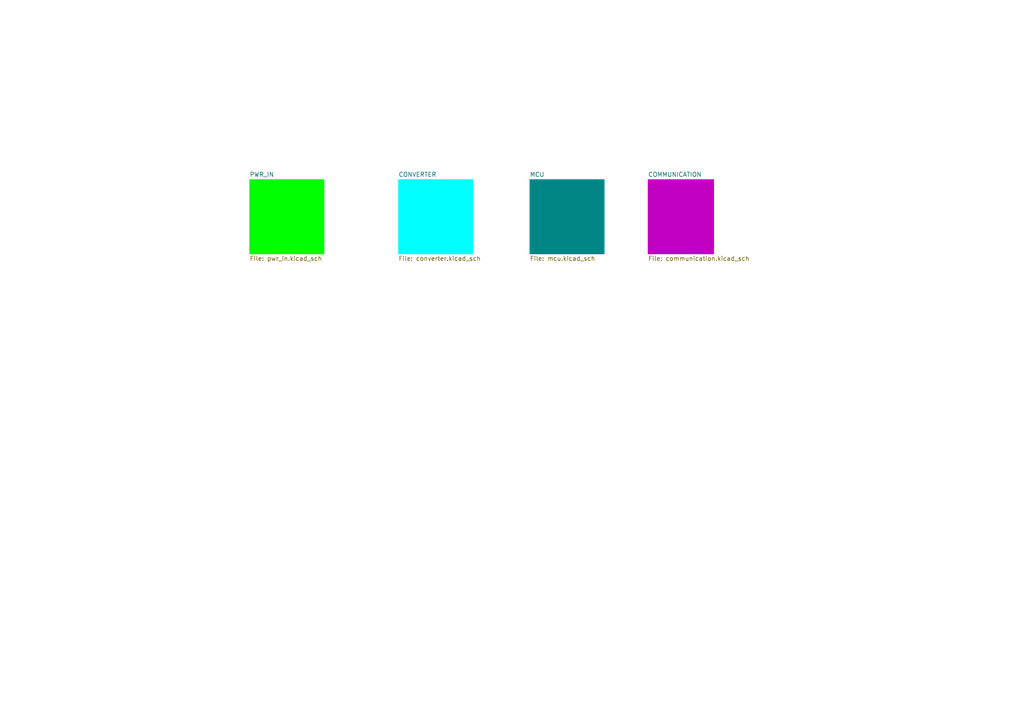
<source format=kicad_sch>
(kicad_sch (version 20230121) (generator eeschema)
  (paper "A4")
  (title_block (title "24V_1A_CEVIRICI") (rev "v02072024"))
  (lib_symbols)
  (sheet (at 72.39 52.07) (size 21.59 21.59) (stroke (width 0.1524) (color 0 255 0 1)) (fill (color 0 255 0 1.0000))
    (property "Sheetname" "PWR_IN" (at 72.39 51.3584 0) (effects (justify left bottom)))
    (property "Sheetfile" "pwr_in.kicad_sch" (at 72.39 74.2446 0) (effects (justify left top)))
  )
  (sheet (at 187.96 52.07) (size 19.05 21.59) (stroke (width 0.1524) (color 194 0 194 1)) (fill (color 194 0 194 1.0000))
    (property "Sheetname" "COMMUNICATION" (at 187.96 51.3584 0) (effects (justify left bottom)))
    (property "Sheetfile" "communication.kicad_sch" (at 187.96 74.2446 0) (effects (justify left top)))
  )
  (sheet (at 115.57 52.07) (size 21.59 21.59) (stroke (width 0.1524) (color 0 255 255 1)) (fill (color 0 255 255 1.0000))
    (property "Sheetname" "CONVERTER" (at 115.57 51.3584 0) (effects (justify left bottom)))
    (property "Sheetfile" "converter.kicad_sch" (at 115.57 74.2446 0) (effects (justify left top)))
  )
  (sheet (at 153.67 52.07) (size 21.59 21.59) (stroke (width 0.1524) (color 0 132 132 1)) (fill (color 0 132 132 1.0000))
    (property "Sheetname" "MCU" (at 153.67 51.3584 0) (effects (justify left bottom)))
    (property "Sheetfile" "mcu.kicad_sch" (at 153.67 74.2446 0) (effects (justify left top)))
  )
)
</source>
